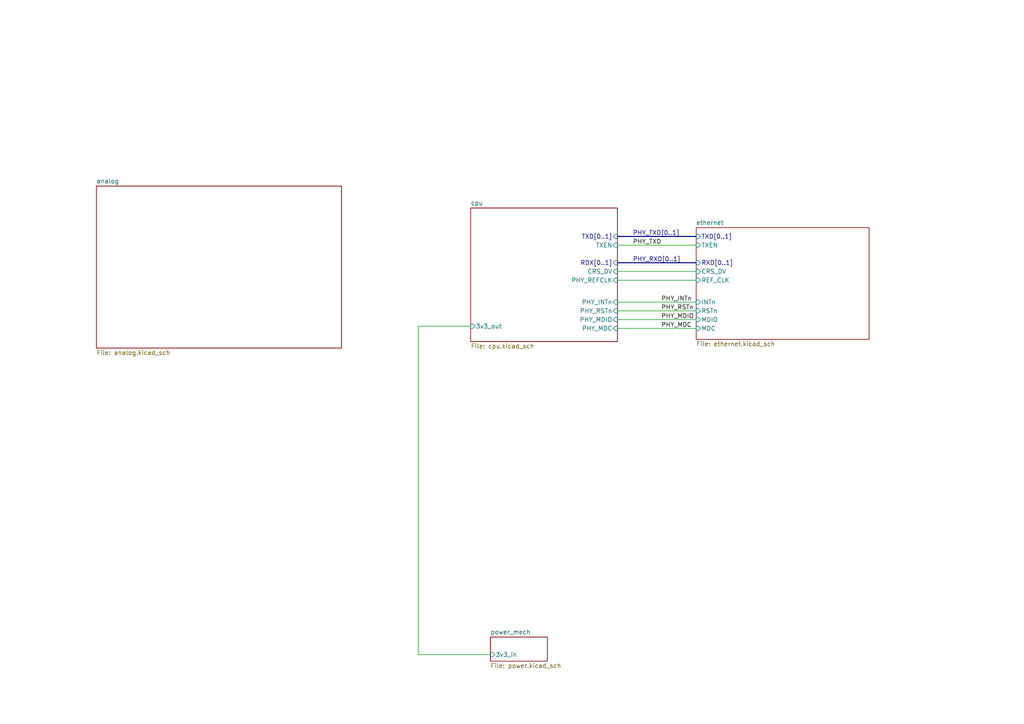
<source format=kicad_sch>
(kicad_sch (version 20211123) (generator eeschema)

  (uuid e63e39d7-6ac0-4ffd-8aa3-1841a4541b55)

  (paper "A4")

  (lib_symbols
  )


  (wire (pts (xy 179.07 87.63) (xy 201.93 87.63))
    (stroke (width 0) (type default) (color 0 0 0 0))
    (uuid 16c386c5-1150-4feb-8d89-e7647ac46481)
  )
  (wire (pts (xy 179.07 81.28) (xy 201.93 81.28))
    (stroke (width 0) (type default) (color 0 0 0 0))
    (uuid 1b8c9869-122e-4cf2-ada2-9b57405b90ca)
  )
  (wire (pts (xy 142.24 189.865) (xy 121.285 189.865))
    (stroke (width 0) (type default) (color 0 0 0 0))
    (uuid 45259383-9fcd-4926-968e-958a36caa1cb)
  )
  (wire (pts (xy 121.285 94.615) (xy 136.525 94.615))
    (stroke (width 0) (type default) (color 0 0 0 0))
    (uuid 45a47acc-8b37-46bf-b9d3-1c6130b6699e)
  )
  (bus (pts (xy 179.07 68.58) (xy 201.93 68.58))
    (stroke (width 0) (type default) (color 0 0 0 0))
    (uuid 6f0201ee-d3f4-4777-9772-54caf1f78fda)
  )

  (wire (pts (xy 179.07 78.74) (xy 201.93 78.74))
    (stroke (width 0) (type default) (color 0 0 0 0))
    (uuid 78442685-398b-4e84-a3bd-cf81251efd68)
  )
  (wire (pts (xy 179.07 90.17) (xy 201.93 90.17))
    (stroke (width 0) (type default) (color 0 0 0 0))
    (uuid 7ece53ad-adc5-4bbd-884e-dcfa580921f0)
  )
  (bus (pts (xy 179.07 76.2) (xy 201.93 76.2))
    (stroke (width 0) (type default) (color 0 0 0 0))
    (uuid 973d3bd3-843f-4270-b896-15a5a884be47)
  )

  (wire (pts (xy 121.285 189.865) (xy 121.285 94.615))
    (stroke (width 0) (type default) (color 0 0 0 0))
    (uuid aa197745-760f-4718-88ff-2b58fd519cc6)
  )
  (wire (pts (xy 179.07 92.71) (xy 201.93 92.71))
    (stroke (width 0) (type default) (color 0 0 0 0))
    (uuid b26ae042-fceb-41f5-90ec-eeea976e4e2f)
  )
  (wire (pts (xy 179.07 95.25) (xy 201.93 95.25))
    (stroke (width 0) (type default) (color 0 0 0 0))
    (uuid c9f2c1f4-1919-4b0c-b4de-fcb24daa162e)
  )
  (wire (pts (xy 179.07 71.12) (xy 201.93 71.12))
    (stroke (width 0) (type default) (color 0 0 0 0))
    (uuid e84ae61d-428b-474c-bd98-f66355613647)
  )

  (label "PHY_RXD[0..1]" (at 183.515 76.2 0)
    (effects (font (size 1.27 1.27)) (justify left bottom))
    (uuid 02c9942a-2a77-4d17-998c-f84cf75a3dc9)
  )
  (label "PHY_INTn" (at 191.77 87.63 0)
    (effects (font (size 1.27 1.27)) (justify left bottom))
    (uuid 28614a2d-c36d-4ca7-bd7e-cc8c6a849dd4)
  )
  (label "PHY_RSTn" (at 191.77 90.17 0)
    (effects (font (size 1.27 1.27)) (justify left bottom))
    (uuid 36bbf8a3-2668-43df-9035-7adbba7649eb)
  )
  (label "PHY_MDC" (at 191.77 95.25 0)
    (effects (font (size 1.27 1.27)) (justify left bottom))
    (uuid 7bcd2a4a-ea06-4733-b715-25db1f0ffd73)
  )
  (label "PHY_MDIO" (at 191.77 92.71 0)
    (effects (font (size 1.27 1.27)) (justify left bottom))
    (uuid bf575daa-83fa-49e7-94ac-1ba617ee75fc)
  )
  (label "PHY_TXD[0..1]" (at 183.515 68.58 0)
    (effects (font (size 1.27 1.27)) (justify left bottom))
    (uuid d0041880-8202-4d3b-88a8-f5a32f7d7c18)
  )
  (label "PHY_TXD" (at 183.515 71.12 0)
    (effects (font (size 1.27 1.27)) (justify left bottom))
    (uuid f8d2ecc6-9519-476c-b6b5-ccfe7f3da80b)
  )

  (sheet (at 142.24 184.785) (size 16.51 6.985) (fields_autoplaced)
    (stroke (width 0.1524) (type solid) (color 0 0 0 0))
    (fill (color 0 0 0 0.0000))
    (uuid 859962bf-6c9a-4825-8f29-68a98f82b5a8)
    (property "Sheet name" "power_mech" (id 0) (at 142.24 184.0734 0)
      (effects (font (size 1.27 1.27)) (justify left bottom))
    )
    (property "Sheet file" "power.kicad_sch" (id 1) (at 142.24 192.3546 0)
      (effects (font (size 1.27 1.27)) (justify left top))
    )
    (pin "3v3_in" input (at 142.24 189.865 180)
      (effects (font (size 1.27 1.27)) (justify left))
      (uuid 97ce88a7-f265-4bb8-94e9-8569d7315dba)
    )
  )

  (sheet (at 201.93 66.04) (size 50.165 32.385) (fields_autoplaced)
    (stroke (width 0.1524) (type solid) (color 0 0 0 0))
    (fill (color 0 0 0 0.0000))
    (uuid b5cf6868-bacf-42f9-8283-20b9d73d64c1)
    (property "Sheet name" "ethernet" (id 0) (at 201.93 65.3284 0)
      (effects (font (size 1.27 1.27)) (justify left bottom))
    )
    (property "Sheet file" "ethernet.kicad_sch" (id 1) (at 201.93 99.0096 0)
      (effects (font (size 1.27 1.27)) (justify left top))
    )
    (pin "TXD[0..1]" input (at 201.93 68.58 180)
      (effects (font (size 1.27 1.27)) (justify left))
      (uuid 2b8daada-c585-4043-903d-00ddeceec22a)
    )
    (pin "TXEN" input (at 201.93 71.12 180)
      (effects (font (size 1.27 1.27)) (justify left))
      (uuid ab31099e-a9e3-49e3-a68e-dceecf0f88c2)
    )
    (pin "RXD[0..1]" input (at 201.93 76.2 180)
      (effects (font (size 1.27 1.27)) (justify left))
      (uuid 3a5d74d6-a463-489f-82e2-c30bd5e8f8e3)
    )
    (pin "INTn" input (at 201.93 87.63 180)
      (effects (font (size 1.27 1.27)) (justify left))
      (uuid e1e0ba5d-f2bf-4922-9571-4fba660753d5)
    )
    (pin "MDC" input (at 201.93 95.25 180)
      (effects (font (size 1.27 1.27)) (justify left))
      (uuid 4beb7785-e6ca-44ba-a396-92d106e230d2)
    )
    (pin "REF_CLK" input (at 201.93 81.28 180)
      (effects (font (size 1.27 1.27)) (justify left))
      (uuid 065c6025-ef92-4a07-9656-d46638ce2c3b)
    )
    (pin "RSTn" input (at 201.93 90.17 180)
      (effects (font (size 1.27 1.27)) (justify left))
      (uuid c470b015-4eba-4d56-9ce1-af2c539820f5)
    )
    (pin "MDIO" input (at 201.93 92.71 180)
      (effects (font (size 1.27 1.27)) (justify left))
      (uuid 36c8651d-3416-44d9-8f5a-a4c78675d4e3)
    )
    (pin "CRS_DV" input (at 201.93 78.74 180)
      (effects (font (size 1.27 1.27)) (justify left))
      (uuid 495859ea-6f34-4d7c-b016-75f259e3222d)
    )
  )

  (sheet (at 136.525 60.325) (size 42.545 38.735) (fields_autoplaced)
    (stroke (width 0.1524) (type solid) (color 0 0 0 0))
    (fill (color 0 0 0 0.0000))
    (uuid dfa2750d-cd29-4922-b763-c368b5d1ff10)
    (property "Sheet name" "cpu" (id 0) (at 136.525 59.6134 0)
      (effects (font (size 1.27 1.27)) (justify left bottom))
    )
    (property "Sheet file" "cpu.kicad_sch" (id 1) (at 136.525 99.6446 0)
      (effects (font (size 1.27 1.27)) (justify left top))
    )
    (pin "PHY_MDC" input (at 179.07 95.25 0)
      (effects (font (size 1.27 1.27)) (justify right))
      (uuid f3dfc3a0-d47e-4139-8ce1-ca52e1bde62f)
    )
    (pin "PHY_MDIO" input (at 179.07 92.71 0)
      (effects (font (size 1.27 1.27)) (justify right))
      (uuid cacf67c0-a9c8-4401-8512-efbfea754caa)
    )
    (pin "3v3_out" input (at 136.525 94.615 180)
      (effects (font (size 1.27 1.27)) (justify left))
      (uuid b25aef8d-7f28-4e4d-99d8-739ee1cd23be)
    )
    (pin "TXEN" input (at 179.07 71.12 0)
      (effects (font (size 1.27 1.27)) (justify right))
      (uuid 9a511a8f-8f35-4361-a7ef-2e8ed75f6df9)
    )
    (pin "PHY_RSTn" input (at 179.07 90.17 0)
      (effects (font (size 1.27 1.27)) (justify right))
      (uuid 2676f21b-1eda-4036-bdef-85a8e9cde771)
    )
    (pin "PHY_INTn" input (at 179.07 87.63 0)
      (effects (font (size 1.27 1.27)) (justify right))
      (uuid aa33678b-ccb5-4c94-b880-5b653f2c521f)
    )
    (pin "PHY_REFCLK" input (at 179.07 81.28 0)
      (effects (font (size 1.27 1.27)) (justify right))
      (uuid 7b7de55b-6a97-4681-a20e-03fe15e32b3a)
    )
    (pin "RDX[0..1]" input (at 179.07 76.2 0)
      (effects (font (size 1.27 1.27)) (justify right))
      (uuid b531d0a4-40f3-4370-a960-7ab658fcd5a6)
    )
    (pin "CRS_DV" input (at 179.07 78.74 0)
      (effects (font (size 1.27 1.27)) (justify right))
      (uuid 82249bd9-58f3-4c4c-afd8-c352cb9dde05)
    )
    (pin "TXD[0..1]" input (at 179.07 68.58 0)
      (effects (font (size 1.27 1.27)) (justify right))
      (uuid 88cb0931-8ef2-4104-aabe-513fd6b467f7)
    )
  )

  (sheet (at 27.94 53.975) (size 71.12 46.99) (fields_autoplaced)
    (stroke (width 0.1524) (type solid) (color 0 0 0 0))
    (fill (color 0 0 0 0.0000))
    (uuid fa0b70f0-dacd-46ef-9ee4-4bfb56a8b666)
    (property "Sheet name" "analog" (id 0) (at 27.94 53.2634 0)
      (effects (font (size 1.27 1.27)) (justify left bottom))
    )
    (property "Sheet file" "analog.kicad_sch" (id 1) (at 27.94 101.5496 0)
      (effects (font (size 1.27 1.27)) (justify left top))
    )
  )

  (sheet_instances
    (path "/" (page "1"))
    (path "/b5cf6868-bacf-42f9-8283-20b9d73d64c1" (page "2"))
    (path "/dfa2750d-cd29-4922-b763-c368b5d1ff10" (page "3"))
    (path "/859962bf-6c9a-4825-8f29-68a98f82b5a8" (page "4"))
    (path "/fa0b70f0-dacd-46ef-9ee4-4bfb56a8b666" (page "5"))
    (path "/fa0b70f0-dacd-46ef-9ee4-4bfb56a8b666/af8e0afb-557a-4f80-ac23-e44bca8fa829" (page "6"))
    (path "/fa0b70f0-dacd-46ef-9ee4-4bfb56a8b666/ca4af506-f797-4343-97f8-adec8f98eed8" (page "7"))
  )

  (symbol_instances
    (path "/b5cf6868-bacf-42f9-8283-20b9d73d64c1/00fe2d0f-76ef-4880-ad3a-c1b1fd3b4217"
      (reference "#PWR?") (unit 1) (value "GND") (footprint "")
    )
    (path "/fa0b70f0-dacd-46ef-9ee4-4bfb56a8b666/ca4af506-f797-4343-97f8-adec8f98eed8/039c34b9-e23f-47c0-815e-350a0659c248"
      (reference "#PWR?") (unit 1) (value "GNDA") (footprint "")
    )
    (path "/b5cf6868-bacf-42f9-8283-20b9d73d64c1/063ec342-e801-48c5-bd9c-0fc50b8ad312"
      (reference "#PWR?") (unit 1) (value "+3V3") (footprint "")
    )
    (path "/fa0b70f0-dacd-46ef-9ee4-4bfb56a8b666/af8e0afb-557a-4f80-ac23-e44bca8fa829/073f409d-d7c7-4d87-a1d6-90a73bd442d4"
      (reference "#PWR?") (unit 1) (value "GND") (footprint "")
    )
    (path "/b5cf6868-bacf-42f9-8283-20b9d73d64c1/0d75ea19-d114-44c2-9f83-46e98ee4d2ff"
      (reference "#PWR?") (unit 1) (value "+3.3VA") (footprint "")
    )
    (path "/859962bf-6c9a-4825-8f29-68a98f82b5a8/18000003-50aa-4356-8b36-711604922d9d"
      (reference "#PWR?") (unit 1) (value "GND") (footprint "")
    )
    (path "/fa0b70f0-dacd-46ef-9ee4-4bfb56a8b666/1ad55749-0f90-4694-89a5-42acdeee6c2c"
      (reference "#PWR?") (unit 1) (value "-2V5") (footprint "")
    )
    (path "/b5cf6868-bacf-42f9-8283-20b9d73d64c1/23e888a5-2111-45df-aa48-a089671a085f"
      (reference "#PWR?") (unit 1) (value "GND") (footprint "")
    )
    (path "/fa0b70f0-dacd-46ef-9ee4-4bfb56a8b666/af8e0afb-557a-4f80-ac23-e44bca8fa829/291f4d62-5f6c-4fca-909e-5b422b0ecbeb"
      (reference "#PWR?") (unit 1) (value "+12V") (footprint "")
    )
    (path "/859962bf-6c9a-4825-8f29-68a98f82b5a8/2f4124bd-6f7f-4656-b4e6-1919dd06a3ed"
      (reference "#PWR?") (unit 1) (value "GND") (footprint "")
    )
    (path "/b5cf6868-bacf-42f9-8283-20b9d73d64c1/303f6406-ec82-4924-816c-0d4914b1f6dc"
      (reference "#PWR?") (unit 1) (value "GND") (footprint "")
    )
    (path "/fa0b70f0-dacd-46ef-9ee4-4bfb56a8b666/ca4af506-f797-4343-97f8-adec8f98eed8/3102595b-95b3-4f05-b565-0693f5aba00b"
      (reference "#PWR?") (unit 1) (value "GND") (footprint "")
    )
    (path "/fa0b70f0-dacd-46ef-9ee4-4bfb56a8b666/ca4af506-f797-4343-97f8-adec8f98eed8/314dbcfc-d77b-4809-9832-d03ed26be146"
      (reference "#PWR?") (unit 1) (value "+3.3VA") (footprint "")
    )
    (path "/b5cf6868-bacf-42f9-8283-20b9d73d64c1/35fb6222-7e28-4fc5-948e-3f7734e5de63"
      (reference "#PWR?") (unit 1) (value "GND") (footprint "")
    )
    (path "/b5cf6868-bacf-42f9-8283-20b9d73d64c1/373e66fe-0688-4748-b40f-2f9f7fc0fb6d"
      (reference "#PWR?") (unit 1) (value "+3.3VA") (footprint "")
    )
    (path "/b5cf6868-bacf-42f9-8283-20b9d73d64c1/45ba26d2-214f-4e3b-ba80-0b136e6e9428"
      (reference "#PWR?") (unit 1) (value "+3V3") (footprint "")
    )
    (path "/859962bf-6c9a-4825-8f29-68a98f82b5a8/49d6f366-47cf-4957-a47b-e8b91f43a466"
      (reference "#PWR?") (unit 1) (value "GND") (footprint "")
    )
    (path "/dfa2750d-cd29-4922-b763-c368b5d1ff10/4a0b421f-4593-4dc1-b7d9-4b9b58ea2d21"
      (reference "#PWR?") (unit 1) (value "GND") (footprint "")
    )
    (path "/fa0b70f0-dacd-46ef-9ee4-4bfb56a8b666/4f0672aa-4e64-457e-82d7-55b22c0b7e49"
      (reference "#PWR?") (unit 1) (value "-2V5") (footprint "")
    )
    (path "/859962bf-6c9a-4825-8f29-68a98f82b5a8/543215a6-48ea-4fed-b454-ead6df905235"
      (reference "#PWR?") (unit 1) (value "GND") (footprint "")
    )
    (path "/fa0b70f0-dacd-46ef-9ee4-4bfb56a8b666/ca4af506-f797-4343-97f8-adec8f98eed8/594297fa-e035-46d7-bc2f-fb6016a5d842"
      (reference "#PWR?") (unit 1) (value "GNDA") (footprint "")
    )
    (path "/b5cf6868-bacf-42f9-8283-20b9d73d64c1/5b348d0c-9932-4fed-8095-acee8406d63f"
      (reference "#PWR?") (unit 1) (value "+3.3VA") (footprint "")
    )
    (path "/859962bf-6c9a-4825-8f29-68a98f82b5a8/6334004c-d102-4d66-8792-6633add00687"
      (reference "#PWR?") (unit 1) (value "GND") (footprint "")
    )
    (path "/fa0b70f0-dacd-46ef-9ee4-4bfb56a8b666/ca4af506-f797-4343-97f8-adec8f98eed8/697d5f8d-6055-4bfe-805d-2f2f9136c76e"
      (reference "#PWR?") (unit 1) (value "GNDA") (footprint "")
    )
    (path "/dfa2750d-cd29-4922-b763-c368b5d1ff10/6c5c1fe1-906c-4797-9ee2-a827410f5f1a"
      (reference "#PWR?") (unit 1) (value "GND") (footprint "")
    )
    (path "/859962bf-6c9a-4825-8f29-68a98f82b5a8/707666cf-9623-424e-85ec-1778517a26c7"
      (reference "#PWR?") (unit 1) (value "+5V") (footprint "")
    )
    (path "/b5cf6868-bacf-42f9-8283-20b9d73d64c1/73dc9cc7-79f1-4bbc-9bc9-9fa627bc9710"
      (reference "#PWR?") (unit 1) (value "+3V3") (footprint "")
    )
    (path "/859962bf-6c9a-4825-8f29-68a98f82b5a8/73e637d1-22da-4621-8d2b-4532a1d74784"
      (reference "#PWR?") (unit 1) (value "+3.3VA") (footprint "")
    )
    (path "/fa0b70f0-dacd-46ef-9ee4-4bfb56a8b666/ca4af506-f797-4343-97f8-adec8f98eed8/7bb464eb-76a0-4595-b46b-04d51ce935f1"
      (reference "#PWR?") (unit 1) (value "GNDA") (footprint "")
    )
    (path "/dfa2750d-cd29-4922-b763-c368b5d1ff10/7d055ca9-4742-44a5-bbb1-97ca403c7499"
      (reference "#PWR?") (unit 1) (value "+5V") (footprint "")
    )
    (path "/fa0b70f0-dacd-46ef-9ee4-4bfb56a8b666/7d26e428-ae74-4c5c-9e9a-e2b39c5635fa"
      (reference "#PWR?") (unit 1) (value "GNDA") (footprint "")
    )
    (path "/fa0b70f0-dacd-46ef-9ee4-4bfb56a8b666/ca4af506-f797-4343-97f8-adec8f98eed8/82095bc4-0126-4a53-9c07-ad938141df5a"
      (reference "#PWR?") (unit 1) (value "GNDA") (footprint "")
    )
    (path "/fa0b70f0-dacd-46ef-9ee4-4bfb56a8b666/ca4af506-f797-4343-97f8-adec8f98eed8/8663d64d-0c00-467a-a955-f6b0c8725b08"
      (reference "#PWR?") (unit 1) (value "GNDA") (footprint "")
    )
    (path "/859962bf-6c9a-4825-8f29-68a98f82b5a8/8a9ab01b-0010-45c0-bf9a-0468a70f1adf"
      (reference "#PWR?") (unit 1) (value "GND") (footprint "")
    )
    (path "/b5cf6868-bacf-42f9-8283-20b9d73d64c1/93a0d0ea-fca9-4b45-a12f-169bdfd076cf"
      (reference "#PWR?") (unit 1) (value "GND") (footprint "")
    )
    (path "/fa0b70f0-dacd-46ef-9ee4-4bfb56a8b666/ca4af506-f797-4343-97f8-adec8f98eed8/9866bedc-d6b0-4796-8d1b-e332a1cbc16f"
      (reference "#PWR?") (unit 1) (value "GND") (footprint "")
    )
    (path "/b5cf6868-bacf-42f9-8283-20b9d73d64c1/9db13b45-0dac-488d-80cf-83c4a45aa607"
      (reference "#PWR?") (unit 1) (value "GND") (footprint "")
    )
    (path "/fa0b70f0-dacd-46ef-9ee4-4bfb56a8b666/a0511634-26c5-4d29-aaa5-344d78f56a37"
      (reference "#PWR?") (unit 1) (value "+2V5") (footprint "")
    )
    (path "/859962bf-6c9a-4825-8f29-68a98f82b5a8/a33ee35c-72a0-4aa3-a5ae-a089ff65332b"
      (reference "#PWR?") (unit 1) (value "GND") (footprint "")
    )
    (path "/fa0b70f0-dacd-46ef-9ee4-4bfb56a8b666/ca4af506-f797-4343-97f8-adec8f98eed8/a70aacd0-b766-4d4f-9668-306f596c4da1"
      (reference "#PWR?") (unit 1) (value "GNDA") (footprint "")
    )
    (path "/dfa2750d-cd29-4922-b763-c368b5d1ff10/af36e342-03b3-444b-af00-3316d1aaa156"
      (reference "#PWR?") (unit 1) (value "GND") (footprint "")
    )
    (path "/fa0b70f0-dacd-46ef-9ee4-4bfb56a8b666/ca4af506-f797-4343-97f8-adec8f98eed8/b0c5dee0-ef60-428d-9072-afa63e31895f"
      (reference "#PWR?") (unit 1) (value "+3.3VA") (footprint "")
    )
    (path "/fa0b70f0-dacd-46ef-9ee4-4bfb56a8b666/ca4af506-f797-4343-97f8-adec8f98eed8/b4122a47-45b9-4479-a04c-339904ec0c7a"
      (reference "#PWR?") (unit 1) (value "+3V3") (footprint "")
    )
    (path "/fa0b70f0-dacd-46ef-9ee4-4bfb56a8b666/af8e0afb-557a-4f80-ac23-e44bca8fa829/bc34282a-473a-443a-83b4-6cbe10437480"
      (reference "#PWR?") (unit 1) (value "GND") (footprint "")
    )
    (path "/b5cf6868-bacf-42f9-8283-20b9d73d64c1/c552709e-c613-4cc6-a877-094b6c71e9dc"
      (reference "#PWR?") (unit 1) (value "GND") (footprint "")
    )
    (path "/859962bf-6c9a-4825-8f29-68a98f82b5a8/caa92967-509d-4e95-8b03-aec8fb718d3b"
      (reference "#PWR?") (unit 1) (value "GND") (footprint "")
    )
    (path "/b5cf6868-bacf-42f9-8283-20b9d73d64c1/cbea899a-e954-42cc-9ae3-57747903e9f9"
      (reference "#PWR?") (unit 1) (value "GND") (footprint "")
    )
    (path "/fa0b70f0-dacd-46ef-9ee4-4bfb56a8b666/ca4af506-f797-4343-97f8-adec8f98eed8/cc0f1f03-e0f7-4fc9-bde7-842481171312"
      (reference "#PWR?") (unit 1) (value "GNDA") (footprint "")
    )
    (path "/fa0b70f0-dacd-46ef-9ee4-4bfb56a8b666/ca4af506-f797-4343-97f8-adec8f98eed8/cf75d5f3-fe53-4882-a52c-cbfe050b38c6"
      (reference "#PWR?") (unit 1) (value "+3V3") (footprint "")
    )
    (path "/b5cf6868-bacf-42f9-8283-20b9d73d64c1/d021f532-3225-46f4-8797-1c48f365ac03"
      (reference "#PWR?") (unit 1) (value "GND") (footprint "")
    )
    (path "/fa0b70f0-dacd-46ef-9ee4-4bfb56a8b666/ca4af506-f797-4343-97f8-adec8f98eed8/d2d560b8-4a56-4ceb-8457-27b2a6c72cf9"
      (reference "#PWR?") (unit 1) (value "GNDA") (footprint "")
    )
    (path "/fa0b70f0-dacd-46ef-9ee4-4bfb56a8b666/ca4af506-f797-4343-97f8-adec8f98eed8/d7834a36-6eed-420a-93dc-cf4459d8be27"
      (reference "#PWR?") (unit 1) (value "GNDA") (footprint "")
    )
    (path "/fa0b70f0-dacd-46ef-9ee4-4bfb56a8b666/ca4af506-f797-4343-97f8-adec8f98eed8/dc64b5cf-057a-4e94-9cf1-69f3f6bedcf7"
      (reference "#PWR?") (unit 1) (value "GND") (footprint "")
    )
    (path "/b5cf6868-bacf-42f9-8283-20b9d73d64c1/e367d230-b257-4382-aa88-88b72bbb6dbd"
      (reference "#PWR?") (unit 1) (value "GND") (footprint "")
    )
    (path "/859962bf-6c9a-4825-8f29-68a98f82b5a8/ea5092d3-1643-4e1f-af60-115a323ff9b5"
      (reference "#PWR?") (unit 1) (value "+3V3") (footprint "")
    )
    (path "/b5cf6868-bacf-42f9-8283-20b9d73d64c1/eaf2e541-2af3-4616-beff-4250d89e01a6"
      (reference "#PWR?") (unit 1) (value "GND") (footprint "")
    )
    (path "/b5cf6868-bacf-42f9-8283-20b9d73d64c1/ee1e2a71-e92b-4740-8293-5d1a2e4c839e"
      (reference "#PWR?") (unit 1) (value "GND") (footprint "")
    )
    (path "/fa0b70f0-dacd-46ef-9ee4-4bfb56a8b666/032375d6-cbc1-42d6-8929-5a280cf0eff3"
      (reference "C?") (unit 1) (value "100p") (footprint "")
    )
    (path "/fa0b70f0-dacd-46ef-9ee4-4bfb56a8b666/ca4af506-f797-4343-97f8-adec8f98eed8/068e252b-f919-4067-96cc-762f39ef01d2"
      (reference "C?") (unit 1) (value "100n") (footprint "Capacitor_SMD:C_0603_1608Metric_Pad1.08x0.95mm_HandSolder")
    )
    (path "/fa0b70f0-dacd-46ef-9ee4-4bfb56a8b666/ca4af506-f797-4343-97f8-adec8f98eed8/0e6b984d-15ce-478c-855e-1ae6e78f688c"
      (reference "C?") (unit 1) (value "100n") (footprint "Capacitor_SMD:C_0603_1608Metric_Pad1.08x0.95mm_HandSolder")
    )
    (path "/b5cf6868-bacf-42f9-8283-20b9d73d64c1/0fd5d0db-64c2-45bb-9d22-c86727a23cbd"
      (reference "C?") (unit 1) (value "1u") (footprint "Capacitor_SMD:C_0603_1608Metric_Pad1.08x0.95mm_HandSolder")
    )
    (path "/fa0b70f0-dacd-46ef-9ee4-4bfb56a8b666/ca4af506-f797-4343-97f8-adec8f98eed8/296127f1-fc92-415f-8a50-1fd0febdcf2f"
      (reference "C?") (unit 1) (value "100n") (footprint "Capacitor_SMD:C_0603_1608Metric_Pad1.08x0.95mm_HandSolder")
    )
    (path "/fa0b70f0-dacd-46ef-9ee4-4bfb56a8b666/ca4af506-f797-4343-97f8-adec8f98eed8/2f4bd4e3-eb6f-4d86-a1ba-8efa96ffb3be"
      (reference "C?") (unit 1) (value "100n") (footprint "Capacitor_SMD:C_0603_1608Metric_Pad1.08x0.95mm_HandSolder")
    )
    (path "/859962bf-6c9a-4825-8f29-68a98f82b5a8/37f5ef12-f2b4-420d-bc50-e6a88389767d"
      (reference "C?") (unit 1) (value "100n") (footprint "Capacitor_SMD:C_0603_1608Metric_Pad1.08x0.95mm_HandSolder")
    )
    (path "/fa0b70f0-dacd-46ef-9ee4-4bfb56a8b666/ca4af506-f797-4343-97f8-adec8f98eed8/3fb5f7ab-d2fe-4674-bb8e-a789f769ef81"
      (reference "C?") (unit 1) (value "1u") (footprint "Capacitor_SMD:C_0603_1608Metric_Pad1.08x0.95mm_HandSolder")
    )
    (path "/fa0b70f0-dacd-46ef-9ee4-4bfb56a8b666/ca4af506-f797-4343-97f8-adec8f98eed8/454bf40a-4ef6-4434-bf0e-67c90705e460"
      (reference "C?") (unit 1) (value "100n") (footprint "Capacitor_SMD:C_0603_1608Metric_Pad1.08x0.95mm_HandSolder")
    )
    (path "/b5cf6868-bacf-42f9-8283-20b9d73d64c1/47dda9bc-b3c6-439e-8813-19fc802daba1"
      (reference "C?") (unit 1) (value "1u") (footprint "Capacitor_SMD:C_0603_1608Metric_Pad1.08x0.95mm_HandSolder")
    )
    (path "/fa0b70f0-dacd-46ef-9ee4-4bfb56a8b666/ca4af506-f797-4343-97f8-adec8f98eed8/50952d9f-20c5-4ae2-9c5c-5c267270ad9e"
      (reference "C?") (unit 1) (value "1u") (footprint "Capacitor_SMD:C_0603_1608Metric_Pad1.08x0.95mm_HandSolder")
    )
    (path "/fa0b70f0-dacd-46ef-9ee4-4bfb56a8b666/52869c51-996a-4be3-9d21-29a94726c292"
      (reference "C?") (unit 1) (value "100p") (footprint "")
    )
    (path "/fa0b70f0-dacd-46ef-9ee4-4bfb56a8b666/ca4af506-f797-4343-97f8-adec8f98eed8/52ccdc99-5502-4303-960c-4af5c6e87d35"
      (reference "C?") (unit 1) (value "100n") (footprint "Capacitor_SMD:C_0603_1608Metric_Pad1.08x0.95mm_HandSolder")
    )
    (path "/b5cf6868-bacf-42f9-8283-20b9d73d64c1/58247416-e35b-4b33-bafc-88fb5d11178b"
      (reference "C?") (unit 1) (value "100n") (footprint "Capacitor_SMD:C_0603_1608Metric_Pad1.08x0.95mm_HandSolder")
    )
    (path "/859962bf-6c9a-4825-8f29-68a98f82b5a8/5fe5618a-6d59-4561-b694-093f5a659709"
      (reference "C?") (unit 1) (value "470u") (footprint "Capacitor_SMD:CP_Elec_10x10.5")
    )
    (path "/b5cf6868-bacf-42f9-8283-20b9d73d64c1/63e84226-71b6-4068-8a2e-ded4f6250ae9"
      (reference "C?") (unit 1) (value "100n") (footprint "Capacitor_SMD:C_0603_1608Metric_Pad1.08x0.95mm_HandSolder")
    )
    (path "/b5cf6868-bacf-42f9-8283-20b9d73d64c1/6f1cea40-3701-4092-95d4-0ca1bf5b7dba"
      (reference "C?") (unit 1) (value "100n") (footprint "Capacitor_SMD:C_0603_1608Metric_Pad1.08x0.95mm_HandSolder")
    )
    (path "/859962bf-6c9a-4825-8f29-68a98f82b5a8/70a1598c-088e-40c7-9409-ffbaeee3ca57"
      (reference "C?") (unit 1) (value "1u") (footprint "Capacitor_SMD:C_0603_1608Metric_Pad1.08x0.95mm_HandSolder")
    )
    (path "/fa0b70f0-dacd-46ef-9ee4-4bfb56a8b666/ca4af506-f797-4343-97f8-adec8f98eed8/7169f157-30a1-49d9-850c-1152a4cc623f"
      (reference "C?") (unit 1) (value "100n") (footprint "Capacitor_SMD:C_0603_1608Metric_Pad1.08x0.95mm_HandSolder")
    )
    (path "/b5cf6868-bacf-42f9-8283-20b9d73d64c1/754713ff-ba76-475e-ab30-7044375b433a"
      (reference "C?") (unit 1) (value "100n") (footprint "Capacitor_SMD:C_0603_1608Metric_Pad1.08x0.95mm_HandSolder")
    )
    (path "/b5cf6868-bacf-42f9-8283-20b9d73d64c1/884e1c46-32bf-428b-8561-279b40286f0d"
      (reference "C?") (unit 1) (value "470p") (footprint "Capacitor_SMD:C_0603_1608Metric_Pad1.08x0.95mm_HandSolder")
    )
    (path "/b5cf6868-bacf-42f9-8283-20b9d73d64c1/9e9be656-8596-4f10-a0b0-6f76ae3f0381"
      (reference "C?") (unit 1) (value "100n") (footprint "Capacitor_SMD:C_0603_1608Metric_Pad1.08x0.95mm_HandSolder")
    )
    (path "/fa0b70f0-dacd-46ef-9ee4-4bfb56a8b666/be05bdfa-3ee3-408f-8af6-eca7665af9f7"
      (reference "C?") (unit 1) (value "100n") (footprint "Capacitor_SMD:C_0603_1608Metric_Pad1.08x0.95mm_HandSolder")
    )
    (path "/fa0b70f0-dacd-46ef-9ee4-4bfb56a8b666/ca4af506-f797-4343-97f8-adec8f98eed8/c7a69377-aa37-4f7d-8f0f-f2909111616f"
      (reference "C?") (unit 1) (value "100n") (footprint "Capacitor_SMD:C_0603_1608Metric_Pad1.08x0.95mm_HandSolder")
    )
    (path "/859962bf-6c9a-4825-8f29-68a98f82b5a8/d2b8cfe5-88f9-4a79-810c-2ad08c9a8bcd"
      (reference "C?") (unit 1) (value "1u") (footprint "Capacitor_SMD:C_0603_1608Metric_Pad1.08x0.95mm_HandSolder")
    )
    (path "/dfa2750d-cd29-4922-b763-c368b5d1ff10/d4200ed0-ab67-46fe-a9aa-421e0f8ecbaf"
      (reference "C?") (unit 1) (value "1u") (footprint "Capacitor_SMD:C_0603_1608Metric_Pad1.08x0.95mm_HandSolder")
    )
    (path "/fa0b70f0-dacd-46ef-9ee4-4bfb56a8b666/ca4af506-f797-4343-97f8-adec8f98eed8/d67c98c5-ace1-442c-a567-9a09cdd0ed03"
      (reference "C?") (unit 1) (value "1u") (footprint "Capacitor_SMD:C_0603_1608Metric_Pad1.08x0.95mm_HandSolder")
    )
    (path "/859962bf-6c9a-4825-8f29-68a98f82b5a8/dc3b6efd-6581-432b-b549-4254b803ca9c"
      (reference "C?") (unit 1) (value "1u") (footprint "Capacitor_SMD:C_0603_1608Metric_Pad1.08x0.95mm_HandSolder")
    )
    (path "/fa0b70f0-dacd-46ef-9ee4-4bfb56a8b666/ca4af506-f797-4343-97f8-adec8f98eed8/e4b83307-2382-465c-9613-533e581a87a5"
      (reference "C?") (unit 1) (value "100n") (footprint "Capacitor_SMD:C_0603_1608Metric_Pad1.08x0.95mm_HandSolder")
    )
    (path "/b5cf6868-bacf-42f9-8283-20b9d73d64c1/fbc03fdd-cbb3-404b-bbcf-e4396153f116"
      (reference "C?") (unit 1) (value "1u") (footprint "Capacitor_SMD:C_0603_1608Metric_Pad1.08x0.95mm_HandSolder")
    )
    (path "/fa0b70f0-dacd-46ef-9ee4-4bfb56a8b666/af8e0afb-557a-4f80-ac23-e44bca8fa829/115523a2-56df-44a3-a3a0-71f11368300e"
      (reference "D?") (unit 1) (value "1N4007") (footprint "Diode_THT:D_DO-41_SOD81_P7.62mm_Horizontal")
    )
    (path "/fa0b70f0-dacd-46ef-9ee4-4bfb56a8b666/af8e0afb-557a-4f80-ac23-e44bca8fa829/24fa128e-b9bf-4865-8068-d8f7f5245e9a"
      (reference "D?") (unit 1) (value "1N4007") (footprint "Diode_THT:D_DO-41_SOD81_P7.62mm_Horizontal")
    )
    (path "/dfa2750d-cd29-4922-b763-c368b5d1ff10/50487660-fac6-4d98-ab6b-f13f584c08af"
      (reference "D?") (unit 1) (value "1N4007") (footprint "Diode_THT:D_DO-41_SOD81_P7.62mm_Horizontal")
    )
    (path "/fa0b70f0-dacd-46ef-9ee4-4bfb56a8b666/af8e0afb-557a-4f80-ac23-e44bca8fa829/ae1a8f6c-c371-408b-9540-694fba202c23"
      (reference "D?") (unit 1) (value "1N4007") (footprint "Diode_THT:D_DO-41_SOD81_P7.62mm_Horizontal")
    )
    (path "/fa0b70f0-dacd-46ef-9ee4-4bfb56a8b666/af8e0afb-557a-4f80-ac23-e44bca8fa829/c332dfcf-caee-4089-a824-667fc52027a9"
      (reference "D?") (unit 1) (value "1N4007") (footprint "Diode_THT:D_DO-41_SOD81_P7.62mm_Horizontal")
    )
    (path "/fa0b70f0-dacd-46ef-9ee4-4bfb56a8b666/af8e0afb-557a-4f80-ac23-e44bca8fa829/ccf236f9-680c-4de7-98ad-126d0de7f394"
      (reference "D?") (unit 1) (value "1N4007") (footprint "Diode_THT:D_DO-41_SOD81_P7.62mm_Horizontal")
    )
    (path "/fa0b70f0-dacd-46ef-9ee4-4bfb56a8b666/af8e0afb-557a-4f80-ac23-e44bca8fa829/cda3f5a8-cfb2-4598-a089-8573d2b5532f"
      (reference "D?") (unit 1) (value "1N4007") (footprint "Diode_THT:D_DO-41_SOD81_P7.62mm_Horizontal")
    )
    (path "/fa0b70f0-dacd-46ef-9ee4-4bfb56a8b666/af8e0afb-557a-4f80-ac23-e44bca8fa829/d3f5280d-f166-4963-99bb-84a4dd00a058"
      (reference "D?") (unit 1) (value "1N4007") (footprint "Diode_THT:D_DO-41_SOD81_P7.62mm_Horizontal")
    )
    (path "/fa0b70f0-dacd-46ef-9ee4-4bfb56a8b666/af8e0afb-557a-4f80-ac23-e44bca8fa829/5b5f9c09-0f18-4036-b38a-9ccccf4f0db5"
      (reference "F?") (unit 1) (value "11A") (footprint "")
    )
    (path "/fa0b70f0-dacd-46ef-9ee4-4bfb56a8b666/af8e0afb-557a-4f80-ac23-e44bca8fa829/985450ee-328f-4e1c-a63a-a67eac831441"
      (reference "F?") (unit 1) (value "500mA") (footprint "")
    )
    (path "/b5cf6868-bacf-42f9-8283-20b9d73d64c1/1634a26c-ac12-4718-a946-156eeada34a7"
      (reference "FB?") (unit 1) (value "BLM18AG102SN1D") (footprint "Inductor_SMD:L_0603_1608Metric_Pad1.05x0.95mm_HandSolder")
    )
    (path "/859962bf-6c9a-4825-8f29-68a98f82b5a8/89235039-6123-45f6-be40-eb5be3e39977"
      (reference "FB?") (unit 1) (value "BLM18AG102SN1D ") (footprint "")
    )
    (path "/859962bf-6c9a-4825-8f29-68a98f82b5a8/341e7888-80a6-476e-926d-0e739f79f08f"
      (reference "H?") (unit 1) (value "MountingHole_Pad") (footprint "MountingHole:MountingHole_3.2mm_M3_DIN965_Pad")
    )
    (path "/859962bf-6c9a-4825-8f29-68a98f82b5a8/53779ece-1ba9-42a6-afb4-fbe6a11f5f8b"
      (reference "H?") (unit 1) (value "MountingHole_Pad") (footprint "MountingHole:MountingHole_3.2mm_M3_DIN965_Pad")
    )
    (path "/859962bf-6c9a-4825-8f29-68a98f82b5a8/65f5ce00-ffb9-4eee-ad31-db0d6ba0e78e"
      (reference "H?") (unit 1) (value "MountingHole_Pad") (footprint "MountingHole:MountingHole_3.2mm_M3_DIN965_Pad")
    )
    (path "/859962bf-6c9a-4825-8f29-68a98f82b5a8/6cac5d21-4aa8-4e31-8d35-224c43255bd2"
      (reference "H?") (unit 1) (value "MountingHole_Pad") (footprint "MountingHole:MountingHole_3.2mm_M3_DIN965_Pad")
    )
    (path "/b5cf6868-bacf-42f9-8283-20b9d73d64c1/19ac615c-948f-4b44-a25b-d765de89cbc3"
      (reference "J?") (unit 1) (value "MC001524") (footprint "good_things:MC001524")
    )
    (path "/fa0b70f0-dacd-46ef-9ee4-4bfb56a8b666/a4af2cd7-b1bd-4582-a0c4-dc7bbe7c3a71"
      (reference "J?") (unit 1) (value "Conn_01x04") (footprint "")
    )
    (path "/859962bf-6c9a-4825-8f29-68a98f82b5a8/fa5475b4-7af0-4a0d-a227-0ab6585680bf"
      (reference "J?") (unit 1) (value "Conn_01x02") (footprint "TerminalBlock:TerminalBlock_bornier-2_P5.08mm")
    )
    (path "/fa0b70f0-dacd-46ef-9ee4-4bfb56a8b666/af8e0afb-557a-4f80-ac23-e44bca8fa829/ebd77105-7a9c-4812-905d-83acf34a02bc"
      (reference "K?") (unit 1) (value "m4-12h") (footprint "Relay_THT:Relay_DPDT_FRT5")
    )
    (path "/fa0b70f0-dacd-46ef-9ee4-4bfb56a8b666/ca4af506-f797-4343-97f8-adec8f98eed8/38d1334d-7d64-4c8a-8ca1-71fb7da5a353"
      (reference "NT?") (unit 1) (value "NetTie_2") (footprint "")
    )
    (path "/fa0b70f0-dacd-46ef-9ee4-4bfb56a8b666/8cd6cc3f-25ef-45c6-9021-ab5d3888f135"
      (reference "NT?") (unit 1) (value "NetTie_2") (footprint "")
    )
    (path "/fa0b70f0-dacd-46ef-9ee4-4bfb56a8b666/ca4af506-f797-4343-97f8-adec8f98eed8/9109a382-2652-41ae-8042-b9ccc1d73151"
      (reference "NT?") (unit 1) (value "NetTie_2") (footprint "")
    )
    (path "/859962bf-6c9a-4825-8f29-68a98f82b5a8/715304e2-e9b4-46bc-b6b7-408f17c7e41b"
      (reference "Q?") (unit 1) (value "CPH3350-TL-W") (footprint "Package_TO_SOT_SMD:SOT-23_Handsoldering")
    )
    (path "/fa0b70f0-dacd-46ef-9ee4-4bfb56a8b666/af8e0afb-557a-4f80-ac23-e44bca8fa829/c5c85153-3398-490c-b7c8-bed16b821777"
      (reference "Q?") (unit 1) (value "2N7002P") (footprint "Package_TO_SOT_SMD:SOT-23_Handsoldering")
    )
    (path "/b5cf6868-bacf-42f9-8283-20b9d73d64c1/0a5cae72-fcc1-491a-a26f-64b7146320f8"
      (reference "R?") (unit 1) (value "49R9") (footprint "Resistor_SMD:R_0603_1608Metric_Pad0.98x0.95mm_HandSolder")
    )
    (path "/fa0b70f0-dacd-46ef-9ee4-4bfb56a8b666/af8e0afb-557a-4f80-ac23-e44bca8fa829/0cb93cf1-d9a0-4640-bad0-8735e369582b"
      (reference "R?") (unit 1) (value "100") (footprint "")
    )
    (path "/fa0b70f0-dacd-46ef-9ee4-4bfb56a8b666/ca4af506-f797-4343-97f8-adec8f98eed8/1052c98f-eee3-4bb3-b372-4b63f3991819"
      (reference "R?") (unit 1) (value "33") (footprint "")
    )
    (path "/b5cf6868-bacf-42f9-8283-20b9d73d64c1/12bd7782-fab3-4262-9542-58961801fb91"
      (reference "R?") (unit 1) (value "270") (footprint "Resistor_SMD:R_0603_1608Metric_Pad0.98x0.95mm_HandSolder")
    )
    (path "/fa0b70f0-dacd-46ef-9ee4-4bfb56a8b666/179d5ce2-3393-4825-ad88-672230ee31ac"
      (reference "R?") (unit 1) (value "10k") (footprint "")
    )
    (path "/fa0b70f0-dacd-46ef-9ee4-4bfb56a8b666/ca4af506-f797-4343-97f8-adec8f98eed8/3994483c-f0b7-4768-bdf6-3a139384b288"
      (reference "R?") (unit 1) (value "10") (footprint "")
    )
    (path "/fa0b70f0-dacd-46ef-9ee4-4bfb56a8b666/af8e0afb-557a-4f80-ac23-e44bca8fa829/42954bab-b474-4f4a-b30b-7fb821b94e98"
      (reference "R?") (unit 1) (value "5m") (footprint "")
    )
    (path "/b5cf6868-bacf-42f9-8283-20b9d73d64c1/47242bd6-d44d-406f-8896-eda2d9d5c95c"
      (reference "R?") (unit 1) (value "270") (footprint "Resistor_SMD:R_0603_1608Metric_Pad0.98x0.95mm_HandSolder")
    )
    (path "/b5cf6868-bacf-42f9-8283-20b9d73d64c1/5161ebf2-0655-452f-9d2b-052bd41f9ac8"
      (reference "R?") (unit 1) (value "49R9") (footprint "Resistor_SMD:R_0603_1608Metric_Pad0.98x0.95mm_HandSolder")
    )
    (path "/fa0b70f0-dacd-46ef-9ee4-4bfb56a8b666/af8e0afb-557a-4f80-ac23-e44bca8fa829/524814fb-1005-4f0d-8048-9e200d36850f"
      (reference "R?") (unit 1) (value "470") (footprint "")
    )
    (path "/b5cf6868-bacf-42f9-8283-20b9d73d64c1/62c35c50-9e60-47d8-8518-94300b978728"
      (reference "R?") (unit 1) (value "49R9") (footprint "Resistor_SMD:R_0603_1608Metric_Pad0.98x0.95mm_HandSolder")
    )
    (path "/b5cf6868-bacf-42f9-8283-20b9d73d64c1/632afcb3-e8df-450b-948b-3e8883546740"
      (reference "R?") (unit 1) (value "12k1  1%") (footprint "Resistor_SMD:R_0603_1608Metric_Pad0.98x0.95mm_HandSolder")
    )
    (path "/b5cf6868-bacf-42f9-8283-20b9d73d64c1/767f3fd4-27da-48e8-a855-bbf657a1a37c"
      (reference "R?") (unit 1) (value "10k") (footprint "")
    )
    (path "/b5cf6868-bacf-42f9-8283-20b9d73d64c1/7da4ab7f-bfe1-4a16-b4ff-4702135a6210"
      (reference "R?") (unit 1) (value "10k") (footprint "")
    )
    (path "/fa0b70f0-dacd-46ef-9ee4-4bfb56a8b666/ca4af506-f797-4343-97f8-adec8f98eed8/7dd68bcd-b179-43c3-b9d6-b9fc9c48149a"
      (reference "R?") (unit 1) (value "33") (footprint "")
    )
    (path "/fa0b70f0-dacd-46ef-9ee4-4bfb56a8b666/ca4af506-f797-4343-97f8-adec8f98eed8/7f8353c9-23c8-4f68-801d-f0d5fafd8760"
      (reference "R?") (unit 1) (value "100") (footprint "")
    )
    (path "/fa0b70f0-dacd-46ef-9ee4-4bfb56a8b666/ca4af506-f797-4343-97f8-adec8f98eed8/841c1dfc-aa45-4451-8354-52d0836d26c8"
      (reference "R?") (unit 1) (value "10k") (footprint "")
    )
    (path "/fa0b70f0-dacd-46ef-9ee4-4bfb56a8b666/ca4af506-f797-4343-97f8-adec8f98eed8/8b34685a-4b59-4638-9a32-e85540368b66"
      (reference "R?") (unit 1) (value "10k") (footprint "")
    )
    (path "/fa0b70f0-dacd-46ef-9ee4-4bfb56a8b666/af8e0afb-557a-4f80-ac23-e44bca8fa829/9812e5a4-30d5-4d30-818d-c12313788f04"
      (reference "R?") (unit 1) (value "500m") (footprint "")
    )
    (path "/fa0b70f0-dacd-46ef-9ee4-4bfb56a8b666/ca4af506-f797-4343-97f8-adec8f98eed8/98bb1722-ce10-4d42-94f7-608062961705"
      (reference "R?") (unit 1) (value "33") (footprint "")
    )
    (path "/859962bf-6c9a-4825-8f29-68a98f82b5a8/aaf6246d-623c-47e9-af0d-507a27caa6aa"
      (reference "R?") (unit 1) (value "R") (footprint "Resistor_SMD:R_0603_1608Metric_Pad0.98x0.95mm_HandSolder")
    )
    (path "/b5cf6868-bacf-42f9-8283-20b9d73d64c1/b17a23dd-d64b-4d13-a5ab-2e18e2f961dc"
      (reference "R?") (unit 1) (value "10k") (footprint "")
    )
    (path "/fa0b70f0-dacd-46ef-9ee4-4bfb56a8b666/b58e8270-3520-4701-a7b2-db1568c025c5"
      (reference "R?") (unit 1) (value "100k") (footprint "")
    )
    (path "/fa0b70f0-dacd-46ef-9ee4-4bfb56a8b666/ca4af506-f797-4343-97f8-adec8f98eed8/bac07fe0-42b6-4bf0-9232-2e97a6a60bbd"
      (reference "R?") (unit 1) (value "33") (footprint "")
    )
    (path "/fa0b70f0-dacd-46ef-9ee4-4bfb56a8b666/ca4af506-f797-4343-97f8-adec8f98eed8/c76597c1-70e4-4e9f-9d8d-ac48393faeb1"
      (reference "R?") (unit 1) (value "33") (footprint "")
    )
    (path "/fa0b70f0-dacd-46ef-9ee4-4bfb56a8b666/d3f9dea2-b2f2-4477-806e-8a00b02f2ed1"
      (reference "R?") (unit 1) (value "100k") (footprint "")
    )
    (path "/b5cf6868-bacf-42f9-8283-20b9d73d64c1/d63bf6bd-ac79-47d4-baeb-495f645dec89"
      (reference "R?") (unit 1) (value "10k") (footprint "")
    )
    (path "/fa0b70f0-dacd-46ef-9ee4-4bfb56a8b666/ca4af506-f797-4343-97f8-adec8f98eed8/db0c96ab-ca32-4ec8-911c-66d6f5a193fc"
      (reference "R?") (unit 1) (value "33") (footprint "")
    )
    (path "/b5cf6868-bacf-42f9-8283-20b9d73d64c1/db211a9f-fd26-4d89-b1a5-828b5ba20825"
      (reference "R?") (unit 1) (value "49R9") (footprint "Resistor_SMD:R_0603_1608Metric_Pad0.98x0.95mm_HandSolder")
    )
    (path "/fa0b70f0-dacd-46ef-9ee4-4bfb56a8b666/ca4af506-f797-4343-97f8-adec8f98eed8/e2200527-e101-4a27-a028-b3d627c6adef"
      (reference "R?") (unit 1) (value "100") (footprint "")
    )
    (path "/fa0b70f0-dacd-46ef-9ee4-4bfb56a8b666/ca4af506-f797-4343-97f8-adec8f98eed8/e307d5ce-46be-44cf-abce-f39f0200af72"
      (reference "R?") (unit 1) (value "10") (footprint "")
    )
    (path "/b5cf6868-bacf-42f9-8283-20b9d73d64c1/0745c446-2051-4bf5-8db0-5822eac9676a"
      (reference "U?") (unit 1) (value "LAN8741A-EN") (footprint "Package_DFN_QFN:VQFN-32-1EP_5x5mm_P0.5mm_EP3.15x3.15mm_ThermalVias")
    )
    (path "/fa0b70f0-dacd-46ef-9ee4-4bfb56a8b666/ca4af506-f797-4343-97f8-adec8f98eed8/268378d3-081e-459c-a2ed-f8849eba8f4c"
      (reference "U?") (unit 1) (value "MCP3561RT-E/NC") (footprint "Package_DFN_QFN:QFN-20-1EP_3x3mm_P0.4mm_EP1.65x1.65mm_ThermalVias")
    )
    (path "/dfa2750d-cd29-4922-b763-c368b5d1ff10/8e45f7c4-b184-403d-a17e-b52e58bde9fe"
      (reference "U?") (unit 1) (value "Pico") (footprint "RPi_Pico:RPi_Pico_SMD_TH")
    )
    (path "/fa0b70f0-dacd-46ef-9ee4-4bfb56a8b666/ca4af506-f797-4343-97f8-adec8f98eed8/d8914f2f-f018-485d-8bca-86b3da254397"
      (reference "U?") (unit 1) (value "MAX6070BAUT21+T") (footprint "Package_TO_SOT_SMD:SOT-23-6_Handsoldering")
    )
    (path "/fa0b70f0-dacd-46ef-9ee4-4bfb56a8b666/dfad1a44-dfe3-49b9-884d-77218a5dcb3d"
      (reference "U?") (unit 1) (value "MAX4239AUT") (footprint "Package_TO_SOT_SMD:SOT-23-6")
    )
  )
)

</source>
